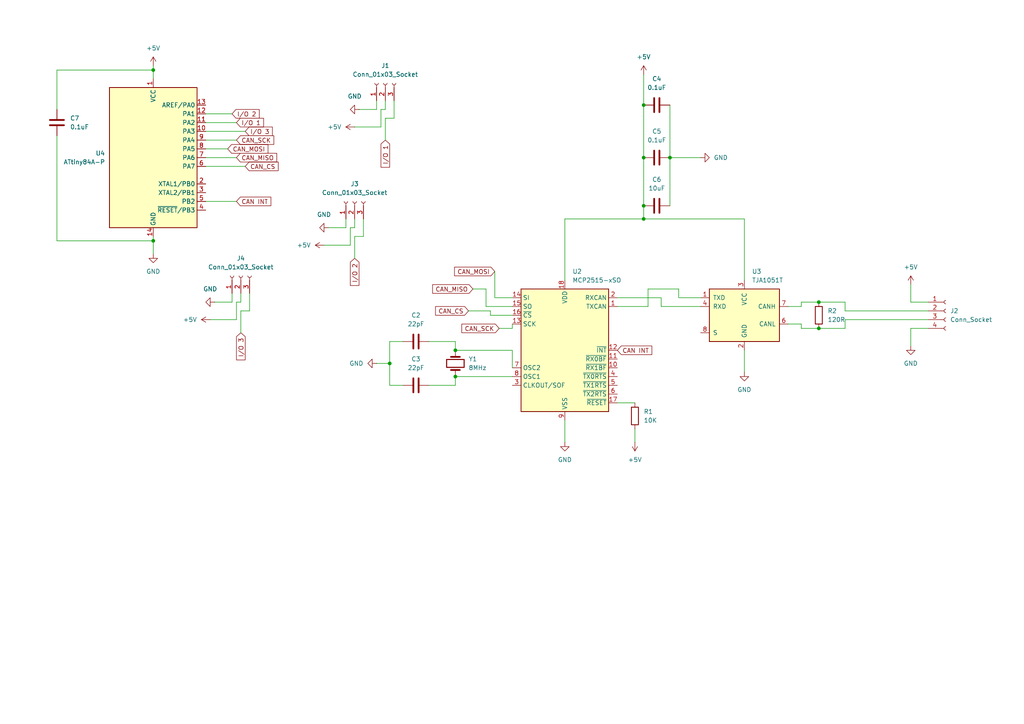
<source format=kicad_sch>
(kicad_sch (version 20231120) (generator "eeschema") (generator_version "8.0")
  (paper "A4")
  (lib_symbols
    (symbol "Connector:Conn_01x03_Socket" (pin_names (offset 1.016) hide)
      (property "Reference" "J" (at 0 5.08 0))
      (property "Value" "Conn_01x03_Socket" (at 0 -5.08 0))
      (symbol "Conn_01x03_Socket_1_1"
        (arc (start 0 -2.032) (mid -0.5058 -2.54) (end 0 -3.048) (stroke (width 0.1524)))
        (polyline (pts (xy -1.27 -2.54) (xy -0.508 -2.54)) (stroke (width 0.1524)))
        (polyline (pts (xy -1.27 0) (xy -0.508 0)) (stroke (width 0.1524)))
        (polyline (pts (xy -1.27 2.54) (xy -0.508 2.54)) (stroke (width 0.1524)))
        (arc (start 0 0.508) (mid -0.5058 0) (end 0 -0.508) (stroke (width 0.1524)))
        (arc (start 0 3.048) (mid -0.5058 2.54) (end 0 2.032) (stroke (width 0.1524)))
        (pin passive line (at -5.08 2.54 0) (length 3.81) (name "Pin_1") (number "1"))
        (pin passive line (at -5.08 0 0) (length 3.81) (name "Pin_2") (number "2"))
        (pin passive line (at -5.08 -2.54 0) (length 3.81) (name "Pin_3") (number "3"))
      )
    )
    (symbol "CustomLibrary:+5V" (power) (pin_numbers hide) (pin_names (offset 0) hide)
      (property "Value" "+5V" (at 0 3.556 0))
      (symbol "+5V_0_1"
        (polyline (pts (xy -0.762 1.27) (xy 0 2.54)))
        (polyline (pts (xy 0 0) (xy 0 2.54)))
        (polyline (pts (xy 0 2.54) (xy 0.762 1.27)))
      )
      (symbol "+5V_1_1"
        (pin power_in line (at 0 0 90) (length 0) (name "~") (number "1"))
      )
    )
    (symbol "CustomLibrary:C" (pin_numbers hide) (pin_names (offset 0.254))
      (property "Reference" "C" (at 0.635 2.54 0))
      (property "Value" "C" (at 0.635 -2.54 0))
      (symbol "C_0_1"
        (polyline (pts (xy -2.032 -0.762) (xy 2.032 -0.762)) (stroke (width 0.508)))
        (polyline (pts (xy -2.032 0.762) (xy 2.032 0.762)) (stroke (width 0.508)))
      )
      (symbol "C_1_1"
        (pin passive line (at 0 3.81 270) (length 2.794) (name "~") (number "1"))
        (pin passive line (at 0 -3.81 90) (length 2.794) (name "~") (number "2"))
      )
    )
    (symbol "CustomLibrary:Conn_01x04_Socket" (pin_names (offset 1.016) hide)
      (property "Reference" "J" (at 0 5.08 0))
      (property "Value" "Conn_01x04_Socket" (at 0 -7.62 0))
      (symbol "Conn_01x04_Socket_1_1"
        (arc (start 0 -4.572) (mid -0.5058 -5.08) (end 0 -5.588) (stroke (width 0.1524)))
        (arc (start 0 -2.032) (mid -0.5058 -2.54) (end 0 -3.048) (stroke (width 0.1524)))
        (polyline (pts (xy -1.27 -5.08) (xy -0.508 -5.08)) (stroke (width 0.1524)))
        (polyline (pts (xy -1.27 -2.54) (xy -0.508 -2.54)) (stroke (width 0.1524)))
        (polyline (pts (xy -1.27 0) (xy -0.508 0)) (stroke (width 0.1524)))
        (polyline (pts (xy -1.27 2.54) (xy -0.508 2.54)) (stroke (width 0.1524)))
        (arc (start 0 0.508) (mid -0.5058 0) (end 0 -0.508) (stroke (width 0.1524)))
        (arc (start 0 3.048) (mid -0.5058 2.54) (end 0 2.032) (stroke (width 0.1524)))
        (pin passive line (at -5.08 2.54 0) (length 3.81) (name "Pin_1") (number "1"))
        (pin passive line (at -5.08 0 0) (length 3.81) (name "Pin_2") (number "2"))
        (pin passive line (at -5.08 -2.54 0) (length 3.81) (name "Pin_3") (number "3"))
        (pin passive line (at -5.08 -5.08 0) (length 3.81) (name "Pin_4") (number "4"))
      )
    )
    (symbol "CustomLibrary:Crystal" (pin_numbers hide) (pin_names (offset 1.016) hide)
      (property "Reference" "Y" (at 0 3.81 0))
      (property "Value" "Crystal" (at 0 -3.81 0))
      (symbol "Crystal_0_1"
        (rectangle (start -1.143 2.54) (end 1.143 -2.54) (stroke (width 0.3048)))
        (polyline (pts (xy -2.54 0) (xy -1.905 0)))
        (polyline (pts (xy -1.905 -1.27) (xy -1.905 1.27)) (stroke (width 0.508)))
        (polyline (pts (xy 1.905 -1.27) (xy 1.905 1.27)) (stroke (width 0.508)))
        (polyline (pts (xy 2.54 0) (xy 1.905 0)))
      )
      (symbol "Crystal_1_1"
        (pin passive line (at -3.81 0 0) (length 1.27) (name "1") (number "1"))
        (pin passive line (at 3.81 0 180) (length 1.27) (name "2") (number "2"))
      )
    )
    (symbol "CustomLibrary:GND" (power) (pin_numbers hide) (pin_names (offset 0) hide)
      (property "Value" "GND" (at 0 -3.81 0))
      (symbol "GND_0_1"
        (polyline (pts (xy 0 0) (xy 0 -1.27) (xy 1.27 -1.27) (xy 0 -2.54) (xy -1.27 -1.27) (xy 0 -1.27)))
      )
      (symbol "GND_1_1"
        (pin power_in line (at 0 0 270) (length 0) (name "~") (number "1"))
      )
    )
    (symbol "CustomLibrary:MCP2515-xSO"
      (property "Reference" "U" (at -10.16 19.685 0))
      (property "Value" "MCP2515-xSO" (at 19.05 20.32 0))
      (symbol "MCP2515-xSO_0_1"
        (rectangle (start -12.7 17.78) (end 12.7 -17.78) (stroke (width 0.254)) (fill (type background)))
      )
      (symbol "MCP2515-xSO_1_1"
        (pin output line (at 15.24 12.7 180) (length 2.54) (name "TXCAN") (number "1"))
        (pin output line (at 15.24 -5.08 180) (length 2.54) (name "~{RX1BF}") (number "10"))
        (pin output line (at 15.24 -2.54 180) (length 2.54) (name "~{RX0BF}") (number "11"))
        (pin output line (at 15.24 0 180) (length 2.54) (name "~{INT}") (number "12"))
        (pin input line (at -15.24 7.62 0) (length 2.54) (name "SCK") (number "13"))
        (pin input line (at -15.24 15.24 0) (length 2.54) (name "SI") (number "14"))
        (pin output line (at -15.24 12.7 0) (length 2.54) (name "SO") (number "15"))
        (pin input line (at -15.24 10.16 0) (length 2.54) (name "~{CS}") (number "16"))
        (pin input line (at 15.24 -15.24 180) (length 2.54) (name "~{RESET}") (number "17"))
        (pin power_in line (at 0 20.32 270) (length 2.54) (name "VDD") (number "18"))
        (pin input line (at 15.24 15.24 180) (length 2.54) (name "RXCAN") (number "2"))
        (pin output line (at -15.24 -10.16 0) (length 2.54) (name "CLKOUT/SOF") (number "3"))
        (pin input line (at 15.24 -7.62 180) (length 2.54) (name "~{TX0RTS}") (number "4"))
        (pin input line (at 15.24 -10.16 180) (length 2.54) (name "~{TX1RTS}") (number "5"))
        (pin input line (at 15.24 -12.7 180) (length 2.54) (name "~{TX2RTS}") (number "6"))
        (pin output line (at -15.24 -5.08 0) (length 2.54) (name "OSC2") (number "7"))
        (pin input line (at -15.24 -7.62 0) (length 2.54) (name "OSC1") (number "8"))
        (pin power_in line (at 0 -20.32 90) (length 2.54) (name "VSS") (number "9"))
      )
    )
    (symbol "CustomLibrary:R" (pin_numbers hide) (pin_names (offset 0))
      (property "Reference" "R" (at 2.032 0 90))
      (property "Value" "R" (at 0 0 90))
      (symbol "R_0_1"
        (rectangle (start -1.016 -2.54) (end 1.016 2.54) (stroke (width 0.254)))
      )
      (symbol "R_1_1"
        (pin passive line (at 0 3.81 270) (length 1.27) (name "~") (number "1"))
        (pin passive line (at 0 -3.81 90) (length 1.27) (name "~") (number "2"))
      )
    )
    (symbol "CustomLibrary:TJA1051T" (pin_names (offset 1.016))
      (property "Reference" "U" (at -10.16 8.89 0))
      (property "Value" "TJA1051T" (at 1.27 8.89 0))
      (symbol "TJA1051T_0_1"
        (rectangle (start -10.16 7.62) (end 10.16 -7.62) (stroke (width 0.254)) (fill (type background)))
      )
      (symbol "TJA1051T_1_1"
        (pin input line (at -12.7 5.08 0) (length 2.54) (name "TXD") (number "1"))
        (pin power_in line (at 0 -10.16 90) (length 2.54) (name "GND") (number "2"))
        (pin power_in line (at 0 10.16 270) (length 2.54) (name "VCC") (number "3"))
        (pin output line (at -12.7 2.54 0) (length 2.54) (name "RXD") (number "4"))
        (pin no_connect line (at -10.16 -2.54 0) (length 2.54) hide (name "NC") (number "5"))
        (pin bidirectional line (at 12.7 -2.54 180) (length 2.54) (name "CANL") (number "6"))
        (pin bidirectional line (at 12.7 2.54 180) (length 2.54) (name "CANH") (number "7"))
        (pin input line (at -12.7 -5.08 0) (length 2.54) (name "S") (number "8"))
      )
    )
    (symbol "MCU_Microchip_ATtiny:ATtiny84A-P"
      (property "Reference" "U" (at -12.7 21.59 0))
      (property "Value" "ATtiny84A-P" (at 2.54 -21.59 0))
      (symbol "ATtiny84A-P_0_1"
        (rectangle (start -12.7 -20.32) (end 12.7 20.32) (stroke (width 0.254)) (fill (type background)))
      )
      (symbol "ATtiny84A-P_1_1"
        (pin power_in line (at 0 22.86 270) (length 2.54) (name "VCC") (number "1"))
        (pin bidirectional line (at 15.24 7.62 180) (length 2.54) (name "PA3") (number "10"))
        (pin bidirectional line (at 15.24 10.16 180) (length 2.54) (name "PA2") (number "11"))
        (pin bidirectional line (at 15.24 12.7 180) (length 2.54) (name "PA1") (number "12"))
        (pin bidirectional line (at 15.24 15.24 180) (length 2.54) (name "AREF/PA0") (number "13"))
        (pin power_in line (at 0 -22.86 90) (length 2.54) (name "GND") (number "14"))
        (pin bidirectional line (at 15.24 -7.62 180) (length 2.54) (name "XTAL1/PB0") (number "2"))
        (pin bidirectional line (at 15.24 -10.16 180) (length 2.54) (name "XTAL2/PB1") (number "3"))
        (pin bidirectional line (at 15.24 -15.24 180) (length 2.54) (name "~{RESET}/PB3") (number "4"))
        (pin bidirectional line (at 15.24 -12.7 180) (length 2.54) (name "PB2") (number "5"))
        (pin bidirectional line (at 15.24 -2.54 180) (length 2.54) (name "PA7") (number "6"))
        (pin bidirectional line (at 15.24 0 180) (length 2.54) (name "PA6") (number "7"))
        (pin bidirectional line (at 15.24 2.54 180) (length 2.54) (name "PA5") (number "8"))
        (pin bidirectional line (at 15.24 5.08 180) (length 2.54) (name "PA4") (number "9"))
      )
    )
  )
  (junction (at 44.45 20.32))
  (junction (at 132.08 101.6))
  (junction (at 186.69 30.48))
  (junction (at 186.69 45.72))
  (junction (at 44.45 69.85))
  (junction (at 237.49 87.63))
  (junction (at 113.03 105.41))
  (junction (at 194.31 45.72))
  (junction (at 132.08 109.22))
  (junction (at 186.69 63.5))
  (junction (at 186.69 59.69))
  (junction (at 237.49 95.25))
  (wire (pts (xy 16.51 20.32) (xy 44.45 20.32)))
  (wire (pts (xy 144.78 95.25) (xy 148.59 95.25)))
  (wire (pts (xy 101.6 71.12) (xy 101.6 66.04)))
  (wire (pts (xy 95.25 66.04) (xy 100.33 66.04)))
  (wire (pts (xy 232.41 87.63) (xy 237.49 87.63)))
  (wire (pts (xy 186.69 45.72) (xy 186.69 59.69)))
  (wire (pts (xy 179.07 88.9) (xy 187.96 88.9)))
  (wire (pts (xy 114.3 34.29) (xy 114.3 29.21)))
  (wire (pts (xy 62.23 87.63) (xy 67.31 87.63)))
  (wire (pts (xy 269.24 87.63) (xy 264.16 87.63)))
  (wire (pts (xy 102.87 66.04) (xy 102.87 63.5)))
  (wire (pts (xy 59.69 33.02) (xy 67.31 33.02)))
  (wire (pts (xy 191.77 86.36) (xy 191.77 88.9)))
  (wire (pts (xy 196.85 86.36) (xy 203.2 86.36)))
  (wire (pts (xy 228.6 88.9) (xy 232.41 88.9)))
  (wire (pts (xy 44.45 69.85) (xy 44.45 73.66)))
  (wire (pts (xy 68.58 87.63) (xy 69.85 87.63)))
  (wire (pts (xy 232.41 88.9) (xy 232.41 87.63)))
  (wire (pts (xy 269.24 95.25) (xy 264.16 95.25)))
  (wire (pts (xy 186.69 30.48) (xy 186.69 45.72)))
  (wire (pts (xy 187.96 88.9) (xy 187.96 83.82)))
  (wire (pts (xy 232.41 95.25) (xy 237.49 95.25)))
  (wire (pts (xy 143.51 86.36) (xy 148.59 86.36)))
  (wire (pts (xy 69.85 90.17) (xy 72.39 90.17)))
  (wire (pts (xy 69.85 96.52) (xy 69.85 90.17)))
  (wire (pts (xy 59.69 48.26) (xy 71.12 48.26)))
  (wire (pts (xy 143.51 78.74) (xy 143.51 86.36)))
  (wire (pts (xy 245.11 87.63) (xy 237.49 87.63)))
  (wire (pts (xy 60.96 92.71) (xy 68.58 92.71)))
  (wire (pts (xy 16.51 69.85) (xy 44.45 69.85)))
  (wire (pts (xy 124.46 111.76) (xy 132.08 111.76)))
  (wire (pts (xy 137.16 83.82) (xy 140.97 83.82)))
  (wire (pts (xy 104.14 31.75) (xy 109.22 31.75)))
  (wire (pts (xy 148.59 106.68) (xy 148.59 101.6)))
  (wire (pts (xy 110.49 31.75) (xy 111.76 31.75)))
  (wire (pts (xy 101.6 66.04) (xy 102.87 66.04)))
  (wire (pts (xy 135.89 90.17) (xy 142.24 90.17)))
  (wire (pts (xy 140.97 88.9) (xy 148.59 88.9)))
  (wire (pts (xy 102.87 74.93) (xy 102.87 68.58)))
  (wire (pts (xy 59.69 40.64) (xy 68.58 40.64)))
  (wire (pts (xy 232.41 93.98) (xy 232.41 95.25)))
  (wire (pts (xy 142.24 90.17) (xy 142.24 91.44)))
  (wire (pts (xy 264.16 95.25) (xy 264.16 100.33)))
  (wire (pts (xy 59.69 43.18) (xy 66.04 43.18)))
  (wire (pts (xy 194.31 45.72) (xy 194.31 59.69)))
  (wire (pts (xy 186.69 21.59) (xy 186.69 30.48)))
  (wire (pts (xy 148.59 101.6) (xy 132.08 101.6)))
  (wire (pts (xy 148.59 95.25) (xy 148.59 93.98)))
  (wire (pts (xy 93.98 71.12) (xy 101.6 71.12)))
  (wire (pts (xy 184.15 124.46) (xy 184.15 128.27)))
  (wire (pts (xy 245.11 90.17) (xy 245.11 87.63)))
  (wire (pts (xy 69.85 87.63) (xy 69.85 85.09)))
  (wire (pts (xy 196.85 83.82) (xy 196.85 86.36)))
  (wire (pts (xy 269.24 90.17) (xy 245.11 90.17)))
  (wire (pts (xy 215.9 101.6) (xy 215.9 107.95)))
  (wire (pts (xy 194.31 30.48) (xy 194.31 45.72)))
  (wire (pts (xy 102.87 68.58) (xy 105.41 68.58)))
  (wire (pts (xy 113.03 105.41) (xy 113.03 111.76)))
  (wire (pts (xy 111.76 40.64) (xy 111.76 34.29)))
  (wire (pts (xy 59.69 58.42) (xy 68.58 58.42)))
  (wire (pts (xy 191.77 88.9) (xy 203.2 88.9)))
  (wire (pts (xy 59.69 38.1) (xy 71.12 38.1)))
  (wire (pts (xy 179.07 116.84) (xy 184.15 116.84)))
  (wire (pts (xy 132.08 111.76) (xy 132.08 109.22)))
  (wire (pts (xy 187.96 83.82) (xy 196.85 83.82)))
  (wire (pts (xy 59.69 45.72) (xy 68.58 45.72)))
  (wire (pts (xy 100.33 66.04) (xy 100.33 63.5)))
  (wire (pts (xy 44.45 19.05) (xy 44.45 20.32)))
  (wire (pts (xy 67.31 87.63) (xy 67.31 85.09)))
  (wire (pts (xy 148.59 109.22) (xy 132.08 109.22)))
  (wire (pts (xy 245.11 95.25) (xy 237.49 95.25)))
  (wire (pts (xy 228.6 93.98) (xy 232.41 93.98)))
  (wire (pts (xy 105.41 68.58) (xy 105.41 63.5)))
  (wire (pts (xy 194.31 45.72) (xy 203.2 45.72)))
  (wire (pts (xy 245.11 92.71) (xy 245.11 95.25)))
  (wire (pts (xy 59.69 35.56) (xy 68.58 35.56)))
  (wire (pts (xy 109.22 31.75) (xy 109.22 29.21)))
  (wire (pts (xy 68.58 92.71) (xy 68.58 87.63)))
  (wire (pts (xy 179.07 86.36) (xy 191.77 86.36)))
  (wire (pts (xy 72.39 90.17) (xy 72.39 85.09)))
  (wire (pts (xy 16.51 31.75) (xy 16.51 20.32)))
  (wire (pts (xy 102.87 36.83) (xy 110.49 36.83)))
  (wire (pts (xy 44.45 20.32) (xy 44.45 22.86)))
  (wire (pts (xy 132.08 99.06) (xy 132.08 101.6)))
  (wire (pts (xy 186.69 63.5) (xy 163.83 63.5)))
  (wire (pts (xy 215.9 81.28) (xy 215.9 63.5)))
  (wire (pts (xy 113.03 111.76) (xy 116.84 111.76)))
  (wire (pts (xy 163.83 121.92) (xy 163.83 128.27)))
  (wire (pts (xy 111.76 34.29) (xy 114.3 34.29)))
  (wire (pts (xy 269.24 92.71) (xy 245.11 92.71)))
  (wire (pts (xy 116.84 99.06) (xy 113.03 99.06)))
  (wire (pts (xy 215.9 63.5) (xy 186.69 63.5)))
  (wire (pts (xy 163.83 63.5) (xy 163.83 81.28)))
  (wire (pts (xy 264.16 87.63) (xy 264.16 82.55)))
  (wire (pts (xy 110.49 36.83) (xy 110.49 31.75)))
  (wire (pts (xy 140.97 83.82) (xy 140.97 88.9)))
  (wire (pts (xy 186.69 59.69) (xy 186.69 63.5)))
  (wire (pts (xy 124.46 99.06) (xy 132.08 99.06)))
  (wire (pts (xy 111.76 31.75) (xy 111.76 29.21)))
  (wire (pts (xy 16.51 39.37) (xy 16.51 69.85)))
  (wire (pts (xy 109.22 105.41) (xy 113.03 105.41)))
  (wire (pts (xy 142.24 91.44) (xy 148.59 91.44)))
  (wire (pts (xy 44.45 68.58) (xy 44.45 69.85)))
  (wire (pts (xy 113.03 99.06) (xy 113.03 105.41)))
  (global_label "I{slash}O 2" (shape input) (at 102.87 74.93 270) (property "Intersheetrefs" "${INTERSHEET_REFS}" (effects (hide yes))))
  (global_label "CAN_CS" (shape input) (at 71.12 48.26 0) (property "Intersheetrefs" "${INTERSHEET_REFS}" (effects (hide yes))))
  (global_label "I{slash}O 3" (shape input) (at 71.12 38.1 0) (property "Intersheetrefs" "${INTERSHEET_REFS}" (effects (hide yes))))
  (global_label "CAN_SCK" (shape input) (at 144.78 95.25 180) (property "Intersheetrefs" "${INTERSHEET_REFS}" (effects (hide yes))))
  (global_label "CAN INT" (shape input) (at 179.07 101.6 0) (property "Intersheetrefs" "${INTERSHEET_REFS}" (effects (hide yes))))
  (global_label "I{slash}O 3" (shape input) (at 69.85 96.52 270) (property "Intersheetrefs" "${INTERSHEET_REFS}" (effects (hide yes))))
  (global_label "CAN_MOSI" (shape input) (at 143.51 78.74 180) (property "Intersheetrefs" "${INTERSHEET_REFS}" (effects (hide yes))))
  (global_label "CAN_MOSI" (shape input) (at 66.04 43.18 0) (property "Intersheetrefs" "${INTERSHEET_REFS}" (effects (hide yes))))
  (global_label "CAN_CS" (shape input) (at 135.89 90.17 180) (property "Intersheetrefs" "${INTERSHEET_REFS}" (effects (hide yes))))
  (global_label "CAN INT" (shape input) (at 68.58 58.42 0) (property "Intersheetrefs" "${INTERSHEET_REFS}" (effects (hide yes))))
  (global_label "I{slash}O 1" (shape input) (at 111.76 40.64 270) (property "Intersheetrefs" "${INTERSHEET_REFS}" (effects (hide yes))))
  (global_label "I{slash}O 1" (shape input) (at 68.58 35.56 0) (property "Intersheetrefs" "${INTERSHEET_REFS}" (effects (hide yes))))
  (global_label "CAN_MISO" (shape input) (at 137.16 83.82 180) (property "Intersheetrefs" "${INTERSHEET_REFS}" (effects (hide yes))))
  (global_label "CAN_MISO" (shape input) (at 68.58 45.72 0) (property "Intersheetrefs" "${INTERSHEET_REFS}" (effects (hide yes))))
  (global_label "I{slash}O 2" (shape input) (at 67.31 33.02 0) (property "Intersheetrefs" "${INTERSHEET_REFS}" (effects (hide yes))))
  (global_label "CAN_SCK" (shape input) (at 68.58 40.64 0) (property "Intersheetrefs" "${INTERSHEET_REFS}" (effects (hide yes))))
  (symbol (lib_id "CustomLibrary:C") (at 120.65 99.06 270) (unit 1)
    (property "Reference" "C2" (at 120.65 91.44 90))
    (property "Value" "22pF" (at 120.65 93.98 90))
    (property "Footprint" "Capacitor_SMD:C_0805_2012Metric_Pad1.18x1.45mm_HandSolder" (effects (hide yes)))
    (property "Description" "Unpolarized capacitor" (effects (hide yes)))
  )
  (symbol (lib_id "CustomLibrary:GND") (at 95.25 66.04 270) (unit 1)
    (property "Reference" "#PWR04" (effects (hide yes)))
    (property "Value" "GND" (at 93.98 62.23 90))
    (property "Description" "Power symbol creates a global label with name \"GND\" , ground" (effects (hide yes)))
  )
  (symbol (lib_id "CustomLibrary:Conn_01x04_Socket") (at 274.32 90.17 0) (unit 1)
    (property "Reference" "J2" (at 275.59 90.1699 0) (effects (justify left)))
    (property "Value" "Conn_Socket" (at 275.59 92.7099 0) (effects (justify left)))
    (property "Footprint" "Connector_PinHeader_2.54mm:PinHeader_1x04_P2.54mm_Vertical" (effects (hide yes)))
    (property "Description" "Generic connector, single row, 01x04, script generated" (effects (hide yes)))
  )
  (symbol (lib_id "CustomLibrary:GND") (at 109.22 105.41 270) (unit 1)
    (property "Reference" "#PWR05" (effects (hide yes)))
    (property "Value" "GND" (at 105.41 105.4099 90) (effects (justify right)))
    (property "Description" "Power symbol creates a global label with name \"GND\" , ground" (effects (hide yes)))
  )
  (symbol (lib_id "CustomLibrary:+5V") (at 60.96 92.71 90) (unit 1)
    (property "Reference" "#PWR015" (effects (hide yes)))
    (property "Value" "+5V" (at 57.15 92.7099 90) (effects (justify left)))
    (property "Description" "Power symbol creates a global label with name \"+5V\"" (effects (hide yes)))
  )
  (symbol (lib_id "MCU_Microchip_ATtiny:ATtiny84A-P") (at 44.45 45.72 0) (unit 1)
    (property "Reference" "U4" (at 30.48 44.4499 0) (effects (justify right)))
    (property "Value" "ATtiny84A-P" (at 30.48 46.9899 0) (effects (justify right)))
    (property "Footprint" "Package_DIP:DIP-14_W7.62mm" (effects (hide yes)))
    (property "Datasheet" "http://ww1.microchip.com/downloads/en/DeviceDoc/doc8183.pdf" (effects (hide yes)))
    (property "Description" "20MHz, 8kB Flash, 512B SRAM, 512B EEPROM, debugWIRE, DIP-14" (effects (hide yes)))
  )
  (symbol (lib_id "CustomLibrary:+5V") (at 44.45 19.05 0) (unit 1)
    (property "Reference" "#PWR013" (effects (hide yes)))
    (property "Value" "+5V" (at 44.45 13.97 0))
    (property "Description" "Power symbol creates a global label with name \"+5V\"" (effects (hide yes)))
  )
  (symbol (lib_id "CustomLibrary:Crystal") (at 132.08 105.41 270) (unit 1)
    (property "Reference" "Y1" (at 135.89 104.1399 90) (effects (justify left)))
    (property "Value" "8MHz" (at 135.89 106.6799 90) (effects (justify left)))
    (property "Footprint" "Crystal:Crystal_HC49-4H_Vertical" (effects (hide yes)))
    (property "Description" "Two pin crystal" (effects (hide yes)))
  )
  (symbol (lib_id "Connector:Conn_01x03_Socket") (at 69.85 80.01 90) (unit 1)
    (property "Reference" "J4" (at 69.85 74.93 90))
    (property "Value" "Conn_01x03_Socket" (at 69.85 77.47 90))
    (property "Footprint" "Connector_PinHeader_2.54mm:PinHeader_1x03_P2.54mm_Vertical" (effects (hide yes)))
    (property "Description" "Generic connector, single row, 01x03, script generated" (effects (hide yes)))
  )
  (symbol (lib_id "CustomLibrary:GND") (at 215.9 107.95 0) (unit 1)
    (property "Reference" "#PWR010" (effects (hide yes)))
    (property "Value" "GND" (at 215.9 113.03 0))
    (property "Description" "Power symbol creates a global label with name \"GND\" , ground" (effects (hide yes)))
  )
  (symbol (lib_id "CustomLibrary:GND") (at 203.2 45.72 90) (unit 1)
    (property "Reference" "#PWR09" (effects (hide yes)))
    (property "Value" "GND" (at 207.01 45.7199 90) (effects (justify right)))
    (property "Description" "Power symbol creates a global label with name \"GND\" , ground" (effects (hide yes)))
  )
  (symbol (lib_id "CustomLibrary:+5V") (at 186.69 21.59 0) (unit 1)
    (property "Reference" "#PWR08" (effects (hide yes)))
    (property "Value" "+5V" (at 186.69 16.51 0))
    (property "Description" "Power symbol creates a global label with name \"+5V\"" (effects (hide yes)))
  )
  (symbol (lib_id "CustomLibrary:C") (at 120.65 111.76 270) (unit 1)
    (property "Reference" "C3" (at 120.65 104.14 90))
    (property "Value" "22pF" (at 120.65 106.68 90))
    (property "Footprint" "Capacitor_SMD:C_0805_2012Metric_Pad1.18x1.45mm_HandSolder" (effects (hide yes)))
    (property "Description" "Unpolarized capacitor" (effects (hide yes)))
  )
  (symbol (lib_id "CustomLibrary:GND") (at 62.23 87.63 270) (unit 1)
    (property "Reference" "#PWR016" (effects (hide yes)))
    (property "Value" "GND" (at 60.96 83.82 90))
    (property "Description" "Power symbol creates a global label with name \"GND\" , ground" (effects (hide yes)))
  )
  (symbol (lib_id "CustomLibrary:C") (at 16.51 35.56 0) (unit 1)
    (property "Reference" "C7" (at 20.32 34.2899 0) (effects (justify left)))
    (property "Value" "0.1uF" (at 20.32 36.8299 0) (effects (justify left)))
    (property "Footprint" "Capacitor_SMD:C_0805_2012Metric_Pad1.18x1.45mm_HandSolder" (effects (hide yes)))
    (property "Description" "Unpolarized capacitor" (effects (hide yes)))
  )
  (symbol (lib_id "CustomLibrary:+5V") (at 184.15 128.27 180) (unit 1)
    (property "Reference" "#PWR07" (effects (hide yes)))
    (property "Value" "+5V" (at 184.15 133.35 0))
    (property "Description" "Power symbol creates a global label with name \"+5V\"" (effects (hide yes)))
  )
  (symbol (lib_id "CustomLibrary:GND") (at 44.45 73.66 0) (unit 1)
    (property "Reference" "#PWR014" (effects (hide yes)))
    (property "Value" "GND" (at 44.45 78.74 0))
    (property "Description" "Power symbol creates a global label with name \"GND\" , ground" (effects (hide yes)))
  )
  (symbol (lib_id "CustomLibrary:TJA1051T") (at 215.9 91.44 0) (unit 1)
    (property "Reference" "U3" (at 218.0941 78.74 0) (effects (justify left)))
    (property "Value" "TJA1051T" (at 218.0941 81.28 0) (effects (justify left)))
    (property "Footprint" "Package_SO:SOIC-8_3.9x4.9mm_P1.27mm" (effects (hide yes)))
    (property "Datasheet" "http://www.nxp.com/docs/en/data-sheet/TJA1051.pdf" (effects (hide yes)))
    (property "Description" "High-Speed CAN Transceiver, silent mode, SOIC-8" (effects (hide yes)))
  )
  (symbol (lib_id "CustomLibrary:+5V") (at 93.98 71.12 90) (unit 1)
    (property "Reference" "#PWR03" (effects (hide yes)))
    (property "Value" "+5V" (at 90.17 71.1199 90) (effects (justify left)))
    (property "Description" "Power symbol creates a global label with name \"+5V\"" (effects (hide yes)))
  )
  (symbol (lib_id "CustomLibrary:GND") (at 264.16 100.33 0) (unit 1)
    (property "Reference" "#PWR012" (effects (hide yes)))
    (property "Value" "GND" (at 264.16 105.41 0))
    (property "Description" "Power symbol creates a global label with name \"GND\" , ground" (effects (hide yes)))
  )
  (symbol (lib_id "Connector:Conn_01x03_Socket") (at 111.76 24.13 90) (unit 1)
    (property "Reference" "J1" (at 111.76 19.05 90))
    (property "Value" "Conn_01x03_Socket" (at 111.76 21.59 90))
    (property "Footprint" "Connector_PinHeader_2.54mm:PinHeader_1x03_P2.54mm_Vertical" (effects (hide yes)))
    (property "Description" "Generic connector, single row, 01x03, script generated" (effects (hide yes)))
  )
  (symbol (lib_id "CustomLibrary:+5V") (at 102.87 36.83 90) (unit 1)
    (property "Reference" "#PWR01" (effects (hide yes)))
    (property "Value" "+5V" (at 99.06 36.8299 90) (effects (justify left)))
    (property "Description" "Power symbol creates a global label with name \"+5V\"" (effects (hide yes)))
  )
  (symbol (lib_id "CustomLibrary:+5V") (at 264.16 82.55 0) (unit 1)
    (property "Reference" "#PWR011" (effects (hide yes)))
    (property "Value" "+5V" (at 264.16 77.47 0))
    (property "Description" "Power symbol creates a global label with name \"+5V\"" (effects (hide yes)))
  )
  (symbol (lib_id "CustomLibrary:MCP2515-xSO") (at 163.83 101.6 0) (unit 1)
    (property "Reference" "U2" (at 166.0241 78.74 0) (effects (justify left)))
    (property "Value" "MCP2515-xSO" (at 166.0241 81.28 0) (effects (justify left)))
    (property "Footprint" "Package_SO:SOIC-18W_7.5x11.6mm_P1.27mm" (effects (hide yes)))
    (property "Datasheet" "http://ww1.microchip.com/downloads/en/DeviceDoc/21801e.pdf" (effects (hide yes)))
    (property "Description" "Stand-Alone CAN Controller with SPI Interface, SOIC-18" (effects (hide yes)))
  )
  (symbol (lib_id "Connector:Conn_01x03_Socket") (at 102.87 58.42 90) (unit 1)
    (property "Reference" "J3" (at 102.87 53.34 90))
    (property "Value" "Conn_01x03_Socket" (at 102.87 55.88 90))
    (property "Footprint" "Connector_PinHeader_2.54mm:PinHeader_1x03_P2.54mm_Vertical" (effects (hide yes)))
    (property "Description" "Generic connector, single row, 01x03, script generated" (effects (hide yes)))
  )
  (symbol (lib_id "CustomLibrary:C") (at 190.5 45.72 270) (unit 1)
    (property "Reference" "C5" (at 190.5 38.1 90))
    (property "Value" "0.1uF" (at 190.5 40.64 90))
    (property "Footprint" "Capacitor_SMD:C_0805_2012Metric_Pad1.18x1.45mm_HandSolder" (effects (hide yes)))
    (property "Description" "Unpolarized capacitor" (effects (hide yes)))
  )
  (symbol (lib_id "CustomLibrary:C") (at 190.5 59.69 270) (unit 1)
    (property "Reference" "C6" (at 190.5 52.07 90))
    (property "Value" "10uF" (at 190.5 54.61 90))
    (property "Footprint" "Capacitor_SMD:C_0805_2012Metric_Pad1.18x1.45mm_HandSolder" (effects (hide yes)))
    (property "Description" "Unpolarized capacitor" (effects (hide yes)))
  )
  (symbol (lib_id "CustomLibrary:GND") (at 104.14 31.75 270) (unit 1)
    (property "Reference" "#PWR02" (effects (hide yes)))
    (property "Value" "GND" (at 102.87 27.94 90))
    (property "Description" "Power symbol creates a global label with name \"GND\" , ground" (effects (hide yes)))
  )
  (symbol (lib_id "CustomLibrary:GND") (at 163.83 128.27 0) (unit 1)
    (property "Reference" "#PWR06" (effects (hide yes)))
    (property "Value" "GND" (at 163.83 133.35 0))
    (property "Description" "Power symbol creates a global label with name \"GND\" , ground" (effects (hide yes)))
  )
  (symbol (lib_id "CustomLibrary:C") (at 190.5 30.48 270) (unit 1)
    (property "Reference" "C4" (at 190.5 22.86 90))
    (property "Value" "0.1uF" (at 190.5 25.4 90))
    (property "Footprint" "Capacitor_SMD:C_0805_2012Metric_Pad1.18x1.45mm_HandSolder" (effects (hide yes)))
    (property "Description" "Unpolarized capacitor" (effects (hide yes)))
  )
  (symbol (lib_id "CustomLibrary:R") (at 184.15 120.65 0) (unit 1)
    (property "Reference" "R1" (at 186.69 119.3799 0) (effects (justify left)))
    (property "Value" "10K" (at 186.69 121.9199 0) (effects (justify left)))
    (property "Footprint" "Resistor_SMD:R_0805_2012Metric_Pad1.20x1.40mm_HandSolder" (effects (hide yes)))
    (property "Description" "Resistor" (effects (hide yes)))
  )
  (symbol (lib_id "CustomLibrary:R") (at 237.49 91.44 0) (unit 1)
    (property "Reference" "R2" (at 240.03 90.1699 0) (effects (justify left)))
    (property "Value" "120R" (at 240.03 92.7099 0) (effects (justify left)))
    (property "Footprint" "Resistor_SMD:R_0805_2012Metric_Pad1.20x1.40mm_HandSolder" (effects (hide yes)))
    (property "Description" "Resistor" (effects (hide yes)))
  )
)
</source>
